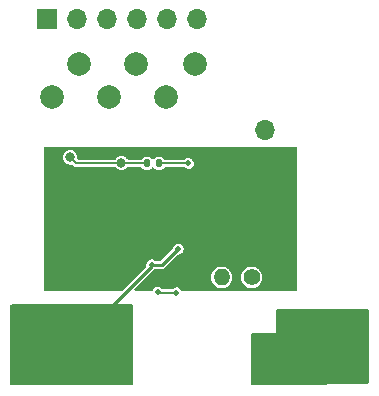
<source format=gbr>
%TF.GenerationSoftware,KiCad,Pcbnew,(6.0.8)*%
%TF.CreationDate,2023-02-11T16:42:38+01:00*%
%TF.ProjectId,VNF1048FTR_TestBoard,564e4631-3034-4384-9654-525f54657374,rev?*%
%TF.SameCoordinates,Original*%
%TF.FileFunction,Copper,L2,Bot*%
%TF.FilePolarity,Positive*%
%FSLAX46Y46*%
G04 Gerber Fmt 4.6, Leading zero omitted, Abs format (unit mm)*
G04 Created by KiCad (PCBNEW (6.0.8)) date 2023-02-11 16:42:38*
%MOMM*%
%LPD*%
G01*
G04 APERTURE LIST*
G04 Aperture macros list*
%AMRoundRect*
0 Rectangle with rounded corners*
0 $1 Rounding radius*
0 $2 $3 $4 $5 $6 $7 $8 $9 X,Y pos of 4 corners*
0 Add a 4 corners polygon primitive as box body*
4,1,4,$2,$3,$4,$5,$6,$7,$8,$9,$2,$3,0*
0 Add four circle primitives for the rounded corners*
1,1,$1+$1,$2,$3*
1,1,$1+$1,$4,$5*
1,1,$1+$1,$6,$7*
1,1,$1+$1,$8,$9*
0 Add four rect primitives between the rounded corners*
20,1,$1+$1,$2,$3,$4,$5,0*
20,1,$1+$1,$4,$5,$6,$7,0*
20,1,$1+$1,$6,$7,$8,$9,0*
20,1,$1+$1,$8,$9,$2,$3,0*%
G04 Aperture macros list end*
%TA.AperFunction,ComponentPad*%
%ADD10R,1.700000X1.700000*%
%TD*%
%TA.AperFunction,ComponentPad*%
%ADD11O,1.700000X1.700000*%
%TD*%
%TA.AperFunction,ComponentPad*%
%ADD12C,1.400000*%
%TD*%
%TA.AperFunction,ComponentPad*%
%ADD13O,1.400000X1.400000*%
%TD*%
%TA.AperFunction,ComponentPad*%
%ADD14C,2.000000*%
%TD*%
%TA.AperFunction,SMDPad,CuDef*%
%ADD15RoundRect,0.135000X-0.135000X-0.185000X0.135000X-0.185000X0.135000X0.185000X-0.135000X0.185000X0*%
%TD*%
%TA.AperFunction,ComponentPad*%
%ADD16RoundRect,0.250002X-1.699998X-1.699998X1.699998X-1.699998X1.699998X1.699998X-1.699998X1.699998X0*%
%TD*%
%TA.AperFunction,ViaPad*%
%ADD17C,0.500000*%
%TD*%
%TA.AperFunction,ViaPad*%
%ADD18C,0.800000*%
%TD*%
%TA.AperFunction,Conductor*%
%ADD19C,0.200000*%
%TD*%
%TA.AperFunction,Conductor*%
%ADD20C,0.250000*%
%TD*%
G04 APERTURE END LIST*
D10*
%TO.P,J4,1,Pin_1*%
%TO.N,GND*%
X127483000Y-42652000D03*
D11*
%TO.P,J4,2,Pin_2*%
%TO.N,+3.3V*%
X127483000Y-40112000D03*
%TD*%
D10*
%TO.P,J1,1,Pin_1*%
%TO.N,/VNF1048FTR/DIAG*%
X108991000Y-30709000D03*
D11*
%TO.P,J1,2,Pin_2*%
%TO.N,/VNF1048FTR/HWLO*%
X111531000Y-30709000D03*
%TO.P,J1,3,Pin_3*%
%TO.N,/VNF1048FTR/SCK*%
X114071000Y-30709000D03*
%TO.P,J1,4,Pin_4*%
%TO.N,/VNF1048FTR/SDO*%
X116611000Y-30709000D03*
%TO.P,J1,5,Pin_5*%
%TO.N,/VNF1048FTR/SDI*%
X119151000Y-30709000D03*
%TO.P,J1,6,Pin_6*%
%TO.N,/VNF1048FTR/CSN*%
X121691000Y-30709000D03*
%TD*%
D12*
%TO.P,RH1,1*%
%TO.N,/VNF1048FTR/MOS_GATE*%
X126365000Y-52578000D03*
D13*
%TO.P,RH1,2*%
%TO.N,/VNF1048FTR/HS_GATE*%
X123825000Y-52578000D03*
%TD*%
D14*
%TO.P,TP7,1,1*%
%TO.N,/VNF1048FTR/HWLO*%
X111760000Y-34544000D03*
%TD*%
%TO.P,TP6,1,1*%
%TO.N,/VNF1048FTR/DIAG*%
X109474000Y-37338000D03*
%TD*%
%TO.P,TP5,1,1*%
%TO.N,/VNF1048FTR/SDI*%
X119126000Y-37338000D03*
%TD*%
%TO.P,TP4,1,1*%
%TO.N,/VNF1048FTR/CSN*%
X121539000Y-34544000D03*
%TD*%
%TO.P,TP3,1,1*%
%TO.N,/VNF1048FTR/SCK*%
X114300000Y-37338000D03*
%TD*%
%TO.P,TP2,1,1*%
%TO.N,/VNF1048FTR/SDO*%
X116586000Y-34544000D03*
%TD*%
D15*
%TO.P,R2,2*%
%TO.N,+3.3V*%
X118520400Y-42926000D03*
%TO.P,R2,1*%
%TO.N,/VNF1048FTR/DIAG*%
X117500400Y-42926000D03*
%TD*%
D16*
%TO.P,J3,1,Pin_1*%
%TO.N,+12V*%
X109093000Y-58420000D03*
%TD*%
%TO.P,J2,1,Pin_1*%
%TO.N,MOS_OUTPUT12V*%
X132715000Y-58420000D03*
%TD*%
D17*
%TO.N,GND*%
X114046000Y-47802800D03*
%TO.N,+3.3V*%
X121010650Y-42931050D03*
%TO.N,+12V*%
X120142000Y-50165000D03*
X113665000Y-55880000D03*
X117901500Y-51511200D03*
%TO.N,Net-(R8-Pad1)*%
X118394544Y-53842856D03*
X119984456Y-53878544D03*
D18*
%TO.N,GND*%
X114554000Y-44196000D03*
X126746000Y-47371000D03*
X129032000Y-47371000D03*
%TO.N,/VNF1048FTR/DIAG*%
X115329378Y-42912622D03*
X110998000Y-42418000D03*
%TD*%
D19*
%TO.N,/VNF1048FTR/DIAG*%
X111492622Y-42912622D02*
X115329378Y-42912622D01*
X110998000Y-42418000D02*
X111492622Y-42912622D01*
%TO.N,+3.3V*%
X121015700Y-42926000D02*
X121010650Y-42931050D01*
X118520400Y-42926000D02*
X121015700Y-42926000D01*
%TO.N,/VNF1048FTR/DIAG*%
X115329378Y-42912622D02*
X117487022Y-42912622D01*
X117487022Y-42912622D02*
X117500400Y-42926000D01*
D20*
%TO.N,+12V*%
X117901500Y-51643500D02*
X113665000Y-55880000D01*
X117901500Y-51511200D02*
X117901500Y-51643500D01*
X118795800Y-51511200D02*
X120142000Y-50165000D01*
X117901500Y-51511200D02*
X118795800Y-51511200D01*
D19*
%TO.N,Net-(R8-Pad1)*%
X118430232Y-53878544D02*
X118394544Y-53842856D01*
X119984456Y-53878544D02*
X118430232Y-53878544D01*
%TD*%
%TA.AperFunction,Conductor*%
%TO.N,MOS_OUTPUT12V*%
G36*
X136213121Y-55265002D02*
G01*
X136259614Y-55318658D01*
X136271000Y-55371000D01*
X136271000Y-61470601D01*
X136250998Y-61538722D01*
X136197342Y-61585215D01*
X136146613Y-61596591D01*
X129325894Y-61683812D01*
X126467211Y-61720368D01*
X126398840Y-61701238D01*
X126351665Y-61648182D01*
X126339600Y-61594378D01*
X126339600Y-57403000D01*
X126359602Y-57334879D01*
X126413258Y-57288386D01*
X126465600Y-57277000D01*
X128397000Y-57277000D01*
X128397000Y-55371000D01*
X128417002Y-55302879D01*
X128470658Y-55256386D01*
X128523000Y-55245000D01*
X136145000Y-55245000D01*
X136213121Y-55265002D01*
G37*
%TD.AperFunction*%
%TD*%
%TA.AperFunction,Conductor*%
%TO.N,+12V*%
G36*
X116274121Y-54884002D02*
G01*
X116320614Y-54937658D01*
X116332000Y-54990000D01*
X116332000Y-61596000D01*
X116311998Y-61664121D01*
X116258342Y-61710614D01*
X116206000Y-61722000D01*
X106044000Y-61722000D01*
X105975879Y-61701998D01*
X105929386Y-61648342D01*
X105918000Y-61596000D01*
X105918000Y-54990000D01*
X105938002Y-54921879D01*
X105991658Y-54875386D01*
X106044000Y-54864000D01*
X116206000Y-54864000D01*
X116274121Y-54884002D01*
G37*
%TD.AperFunction*%
%TD*%
%TA.AperFunction,Conductor*%
%TO.N,GND*%
G36*
X130142521Y-41523602D02*
G01*
X130189014Y-41577258D01*
X130200400Y-41629600D01*
X130200400Y-53620400D01*
X130180398Y-53688521D01*
X130126742Y-53735014D01*
X130074400Y-53746400D01*
X120500417Y-53746400D01*
X120432296Y-53726398D01*
X120385717Y-53672552D01*
X120371603Y-53641509D01*
X120371599Y-53641503D01*
X120367884Y-53633332D01*
X120316132Y-53573270D01*
X120289507Y-53542370D01*
X120289505Y-53542368D01*
X120283649Y-53535572D01*
X120175362Y-53465385D01*
X120166767Y-53462815D01*
X120166766Y-53462814D01*
X120060330Y-53430982D01*
X120060328Y-53430982D01*
X120051729Y-53428410D01*
X120042754Y-53428355D01*
X120042753Y-53428355D01*
X119988097Y-53428021D01*
X119922687Y-53427622D01*
X119877568Y-53440517D01*
X119807242Y-53460616D01*
X119807240Y-53460617D01*
X119798611Y-53463083D01*
X119791021Y-53467872D01*
X119748020Y-53495004D01*
X119689475Y-53531943D01*
X119683531Y-53538673D01*
X119676699Y-53544488D01*
X119675067Y-53542570D01*
X119626291Y-53573270D01*
X119591935Y-53578044D01*
X118818838Y-53578044D01*
X118750717Y-53558042D01*
X118723385Y-53534292D01*
X118699595Y-53506682D01*
X118699593Y-53506680D01*
X118693737Y-53499884D01*
X118585450Y-53429697D01*
X118576855Y-53427127D01*
X118576854Y-53427126D01*
X118470418Y-53395294D01*
X118470416Y-53395294D01*
X118461817Y-53392722D01*
X118452842Y-53392667D01*
X118452841Y-53392667D01*
X118398185Y-53392333D01*
X118332775Y-53391934D01*
X118321019Y-53395294D01*
X118217330Y-53424928D01*
X118217328Y-53424929D01*
X118208699Y-53427395D01*
X118201109Y-53432184D01*
X118152564Y-53462814D01*
X118099563Y-53496255D01*
X118093620Y-53502984D01*
X118093619Y-53502985D01*
X118058659Y-53542570D01*
X118014140Y-53592978D01*
X118010326Y-53601101D01*
X118010325Y-53601103D01*
X117976124Y-53673949D01*
X117929067Y-53727111D01*
X117862069Y-53746400D01*
X116563116Y-53746400D01*
X116494995Y-53726398D01*
X116448502Y-53672742D01*
X116438398Y-53602468D01*
X116467892Y-53537888D01*
X116474021Y-53531305D01*
X117427326Y-52578000D01*
X122919540Y-52578000D01*
X122939326Y-52766256D01*
X122997821Y-52946284D01*
X123092467Y-53110216D01*
X123219129Y-53250888D01*
X123372270Y-53362151D01*
X123545197Y-53439144D01*
X123643212Y-53459978D01*
X123723897Y-53477128D01*
X123723901Y-53477128D01*
X123730354Y-53478500D01*
X123919646Y-53478500D01*
X123926099Y-53477128D01*
X123926103Y-53477128D01*
X124006788Y-53459978D01*
X124104803Y-53439144D01*
X124277730Y-53362151D01*
X124430871Y-53250888D01*
X124557533Y-53110216D01*
X124652179Y-52946284D01*
X124710674Y-52766256D01*
X124730460Y-52578000D01*
X125459540Y-52578000D01*
X125479326Y-52766256D01*
X125537821Y-52946284D01*
X125632467Y-53110216D01*
X125759129Y-53250888D01*
X125912270Y-53362151D01*
X126085197Y-53439144D01*
X126183212Y-53459978D01*
X126263897Y-53477128D01*
X126263901Y-53477128D01*
X126270354Y-53478500D01*
X126459646Y-53478500D01*
X126466099Y-53477128D01*
X126466103Y-53477128D01*
X126546788Y-53459978D01*
X126644803Y-53439144D01*
X126817730Y-53362151D01*
X126970871Y-53250888D01*
X127097533Y-53110216D01*
X127192179Y-52946284D01*
X127250674Y-52766256D01*
X127270460Y-52578000D01*
X127261246Y-52490328D01*
X127251364Y-52396307D01*
X127251364Y-52396305D01*
X127250674Y-52389744D01*
X127192179Y-52209716D01*
X127097533Y-52045784D01*
X127009397Y-51947899D01*
X126975286Y-51910015D01*
X126975284Y-51910014D01*
X126970871Y-51905112D01*
X126912029Y-51862361D01*
X126823072Y-51797730D01*
X126823071Y-51797729D01*
X126817730Y-51793849D01*
X126644803Y-51716856D01*
X126546788Y-51696022D01*
X126466103Y-51678872D01*
X126466099Y-51678872D01*
X126459646Y-51677500D01*
X126270354Y-51677500D01*
X126263901Y-51678872D01*
X126263897Y-51678872D01*
X126183212Y-51696022D01*
X126085197Y-51716856D01*
X125912270Y-51793849D01*
X125906929Y-51797729D01*
X125906928Y-51797730D01*
X125817971Y-51862361D01*
X125759129Y-51905112D01*
X125754716Y-51910014D01*
X125754714Y-51910015D01*
X125720603Y-51947899D01*
X125632467Y-52045784D01*
X125537821Y-52209716D01*
X125479326Y-52389744D01*
X125478636Y-52396305D01*
X125478636Y-52396307D01*
X125468754Y-52490328D01*
X125459540Y-52578000D01*
X124730460Y-52578000D01*
X124721246Y-52490328D01*
X124711364Y-52396307D01*
X124711364Y-52396305D01*
X124710674Y-52389744D01*
X124652179Y-52209716D01*
X124557533Y-52045784D01*
X124469397Y-51947899D01*
X124435286Y-51910015D01*
X124435284Y-51910014D01*
X124430871Y-51905112D01*
X124372029Y-51862361D01*
X124283072Y-51797730D01*
X124283071Y-51797729D01*
X124277730Y-51793849D01*
X124104803Y-51716856D01*
X124006788Y-51696022D01*
X123926103Y-51678872D01*
X123926099Y-51678872D01*
X123919646Y-51677500D01*
X123730354Y-51677500D01*
X123723901Y-51678872D01*
X123723897Y-51678872D01*
X123643212Y-51696022D01*
X123545197Y-51716856D01*
X123372270Y-51793849D01*
X123366929Y-51797729D01*
X123366928Y-51797730D01*
X123277971Y-51862361D01*
X123219129Y-51905112D01*
X123214716Y-51910014D01*
X123214714Y-51910015D01*
X123180603Y-51947899D01*
X123092467Y-52045784D01*
X122997821Y-52209716D01*
X122939326Y-52389744D01*
X122938636Y-52396305D01*
X122938636Y-52396307D01*
X122928754Y-52490328D01*
X122919540Y-52578000D01*
X117427326Y-52578000D01*
X118057427Y-51947899D01*
X118083175Y-51930398D01*
X118082255Y-51928900D01*
X118113012Y-51910015D01*
X118192224Y-51861379D01*
X118192827Y-51862361D01*
X118250147Y-51837632D01*
X118265444Y-51836700D01*
X118776090Y-51836700D01*
X118787072Y-51837180D01*
X118813620Y-51839503D01*
X118813622Y-51839503D01*
X118824607Y-51840464D01*
X118861015Y-51830708D01*
X118871742Y-51828330D01*
X118875101Y-51827738D01*
X118908845Y-51821788D01*
X118918390Y-51816277D01*
X118921666Y-51815085D01*
X118924834Y-51813608D01*
X118935484Y-51810754D01*
X118966344Y-51789145D01*
X118975615Y-51783239D01*
X118998706Y-51769907D01*
X119008255Y-51764394D01*
X119032485Y-51735517D01*
X119039911Y-51727415D01*
X120114789Y-50652538D01*
X120177101Y-50618512D01*
X120188310Y-50616599D01*
X120189277Y-50616478D01*
X120198255Y-50616643D01*
X120260505Y-50599671D01*
X120314092Y-50585062D01*
X120314093Y-50585062D01*
X120322755Y-50582700D01*
X120330405Y-50578003D01*
X120330407Y-50578002D01*
X120425072Y-50519878D01*
X120425075Y-50519875D01*
X120432724Y-50515179D01*
X120438750Y-50508522D01*
X120513300Y-50426161D01*
X120513303Y-50426157D01*
X120519322Y-50419507D01*
X120575588Y-50303375D01*
X120596997Y-50176120D01*
X120597133Y-50165000D01*
X120578839Y-50037259D01*
X120525428Y-49919788D01*
X120441193Y-49822028D01*
X120332906Y-49751841D01*
X120324311Y-49749271D01*
X120324310Y-49749270D01*
X120217874Y-49717438D01*
X120217872Y-49717438D01*
X120209273Y-49714866D01*
X120200298Y-49714811D01*
X120200297Y-49714811D01*
X120145641Y-49714477D01*
X120080231Y-49714078D01*
X120068475Y-49717438D01*
X119964786Y-49747072D01*
X119964784Y-49747073D01*
X119956155Y-49749539D01*
X119847019Y-49818399D01*
X119761596Y-49915122D01*
X119757782Y-49923245D01*
X119757781Y-49923247D01*
X119731794Y-49978598D01*
X119706754Y-50031932D01*
X119705374Y-50040794D01*
X119705373Y-50040798D01*
X119693166Y-50119202D01*
X119662922Y-50183434D01*
X119657778Y-50188895D01*
X118697878Y-51148796D01*
X118635567Y-51182820D01*
X118608784Y-51185700D01*
X118264913Y-51185700D01*
X118196382Y-51165433D01*
X118099938Y-51102922D01*
X118099933Y-51102920D01*
X118092406Y-51098041D01*
X118083811Y-51095471D01*
X118083810Y-51095470D01*
X117977374Y-51063638D01*
X117977372Y-51063638D01*
X117968773Y-51061066D01*
X117959798Y-51061011D01*
X117959797Y-51061011D01*
X117905141Y-51060677D01*
X117839731Y-51060278D01*
X117827975Y-51063638D01*
X117724286Y-51093272D01*
X117724284Y-51093273D01*
X117715655Y-51095739D01*
X117606519Y-51164599D01*
X117521096Y-51261322D01*
X117466254Y-51378132D01*
X117464874Y-51386998D01*
X117447782Y-51496767D01*
X117447782Y-51496771D01*
X117446401Y-51505640D01*
X117447565Y-51514542D01*
X117447565Y-51514547D01*
X117453691Y-51561393D01*
X117442690Y-51631532D01*
X117417850Y-51666824D01*
X115375179Y-53709495D01*
X115312867Y-53743521D01*
X115286084Y-53746400D01*
X108888800Y-53746400D01*
X108820679Y-53726398D01*
X108774186Y-53672742D01*
X108762800Y-53620400D01*
X108762800Y-42418000D01*
X110392318Y-42418000D01*
X110412956Y-42574762D01*
X110473464Y-42720841D01*
X110569718Y-42846282D01*
X110695159Y-42942536D01*
X110841238Y-43003044D01*
X110849426Y-43004122D01*
X110919619Y-43013363D01*
X110998000Y-43023682D01*
X111096084Y-43010769D01*
X111166232Y-43021708D01*
X111201625Y-43046596D01*
X111243103Y-43088074D01*
X111244859Y-43090108D01*
X111247197Y-43094891D01*
X111255726Y-43102803D01*
X111255727Y-43102804D01*
X111283099Y-43128195D01*
X111286504Y-43131475D01*
X111299899Y-43144870D01*
X111303869Y-43147594D01*
X111306517Y-43149919D01*
X111320741Y-43163114D01*
X111320744Y-43163116D01*
X111329268Y-43171023D01*
X111340072Y-43175333D01*
X111344061Y-43177855D01*
X111354849Y-43183616D01*
X111359174Y-43185533D01*
X111368768Y-43192114D01*
X111380087Y-43194800D01*
X111380089Y-43194801D01*
X111392749Y-43197805D01*
X111410346Y-43203370D01*
X111424984Y-43209210D01*
X111424987Y-43209211D01*
X111433244Y-43212505D01*
X111439537Y-43213122D01*
X111442616Y-43213122D01*
X111445689Y-43213272D01*
X111445678Y-43213488D01*
X111457053Y-43214820D01*
X111466368Y-43215276D01*
X111477688Y-43217962D01*
X111489217Y-43216393D01*
X111489218Y-43216393D01*
X111504795Y-43214273D01*
X111521786Y-43213122D01*
X114740909Y-43213122D01*
X114809030Y-43233124D01*
X114840871Y-43262417D01*
X114901096Y-43340904D01*
X115026537Y-43437158D01*
X115172616Y-43497666D01*
X115329378Y-43518304D01*
X115337566Y-43517226D01*
X115477952Y-43498744D01*
X115486140Y-43497666D01*
X115632219Y-43437158D01*
X115757660Y-43340904D01*
X115817885Y-43262418D01*
X115875222Y-43220551D01*
X115917847Y-43213122D01*
X116962566Y-43213122D01*
X117030687Y-43233124D01*
X117076761Y-43285873D01*
X117081674Y-43296410D01*
X117081676Y-43296413D01*
X117086335Y-43306404D01*
X117169996Y-43390065D01*
X117277227Y-43440068D01*
X117326084Y-43446500D01*
X117674716Y-43446500D01*
X117723573Y-43440068D01*
X117830804Y-43390065D01*
X117914465Y-43306404D01*
X117915153Y-43307092D01*
X117962647Y-43269131D01*
X118033267Y-43261823D01*
X118096626Y-43293856D01*
X118104979Y-43303496D01*
X118106335Y-43306404D01*
X118189996Y-43390065D01*
X118297227Y-43440068D01*
X118346084Y-43446500D01*
X118694716Y-43446500D01*
X118743573Y-43440068D01*
X118850804Y-43390065D01*
X118934465Y-43306404D01*
X118939125Y-43296411D01*
X118945448Y-43287381D01*
X118947182Y-43288595D01*
X118984719Y-43245965D01*
X119051996Y-43226500D01*
X120612050Y-43226500D01*
X120680171Y-43246502D01*
X120696033Y-43258570D01*
X120701514Y-43263470D01*
X120707289Y-43270341D01*
X120714760Y-43275314D01*
X120714761Y-43275315D01*
X120770735Y-43312574D01*
X120814710Y-43341846D01*
X120937883Y-43380328D01*
X120946853Y-43380492D01*
X120946857Y-43380493D01*
X121005592Y-43381569D01*
X121066905Y-43382693D01*
X121129155Y-43365721D01*
X121182742Y-43351112D01*
X121182743Y-43351112D01*
X121191405Y-43348750D01*
X121199055Y-43344053D01*
X121199057Y-43344052D01*
X121293722Y-43285928D01*
X121293725Y-43285925D01*
X121301374Y-43281229D01*
X121307400Y-43274572D01*
X121381950Y-43192211D01*
X121381953Y-43192207D01*
X121387972Y-43185557D01*
X121444238Y-43069425D01*
X121455225Y-43004122D01*
X121464840Y-42946967D01*
X121465647Y-42942170D01*
X121465783Y-42931050D01*
X121447489Y-42803309D01*
X121394078Y-42685838D01*
X121330561Y-42612122D01*
X121315701Y-42594876D01*
X121315699Y-42594874D01*
X121309843Y-42588078D01*
X121201556Y-42517891D01*
X121192961Y-42515321D01*
X121192960Y-42515320D01*
X121086524Y-42483488D01*
X121086522Y-42483488D01*
X121077923Y-42480916D01*
X121068948Y-42480861D01*
X121068947Y-42480861D01*
X121014291Y-42480527D01*
X120948881Y-42480128D01*
X120886843Y-42497859D01*
X120833436Y-42513122D01*
X120833434Y-42513123D01*
X120824805Y-42515589D01*
X120715669Y-42584449D01*
X120709727Y-42591177D01*
X120704704Y-42595452D01*
X120639865Y-42624372D01*
X120623039Y-42625500D01*
X119051996Y-42625500D01*
X118983875Y-42605498D01*
X118947136Y-42563437D01*
X118945448Y-42564619D01*
X118939125Y-42555589D01*
X118934465Y-42545596D01*
X118850804Y-42461935D01*
X118743573Y-42411932D01*
X118694716Y-42405500D01*
X118346084Y-42405500D01*
X118297227Y-42411932D01*
X118189996Y-42461935D01*
X118106335Y-42545596D01*
X118105647Y-42544908D01*
X118058153Y-42582869D01*
X117987533Y-42590177D01*
X117924174Y-42558144D01*
X117915821Y-42548504D01*
X117914465Y-42545596D01*
X117830804Y-42461935D01*
X117723573Y-42411932D01*
X117674716Y-42405500D01*
X117326084Y-42405500D01*
X117277227Y-42411932D01*
X117169996Y-42461935D01*
X117086335Y-42545596D01*
X117081678Y-42555584D01*
X117079709Y-42558395D01*
X117024251Y-42602722D01*
X116976498Y-42612122D01*
X115917847Y-42612122D01*
X115849726Y-42592120D01*
X115817884Y-42562826D01*
X115814292Y-42558144D01*
X115757660Y-42484340D01*
X115738550Y-42469676D01*
X115681876Y-42426189D01*
X115632219Y-42388086D01*
X115486140Y-42327578D01*
X115329378Y-42306940D01*
X115172616Y-42327578D01*
X115026537Y-42388086D01*
X114976880Y-42426189D01*
X114920207Y-42469676D01*
X114901096Y-42484340D01*
X114844465Y-42558144D01*
X114840872Y-42562826D01*
X114783534Y-42604693D01*
X114740909Y-42612122D01*
X111721801Y-42612122D01*
X111653680Y-42592120D01*
X111607187Y-42538464D01*
X111596879Y-42469676D01*
X111602604Y-42426189D01*
X111602604Y-42426188D01*
X111603682Y-42418000D01*
X111583044Y-42261238D01*
X111522536Y-42115159D01*
X111426282Y-41989718D01*
X111300841Y-41893464D01*
X111154762Y-41832956D01*
X110998000Y-41812318D01*
X110841238Y-41832956D01*
X110695159Y-41893464D01*
X110569718Y-41989718D01*
X110473464Y-42115159D01*
X110412956Y-42261238D01*
X110392318Y-42418000D01*
X108762800Y-42418000D01*
X108762800Y-41629600D01*
X108782802Y-41561479D01*
X108836458Y-41514986D01*
X108888800Y-41503600D01*
X130074400Y-41503600D01*
X130142521Y-41523602D01*
G37*
%TD.AperFunction*%
%TD*%
M02*

</source>
